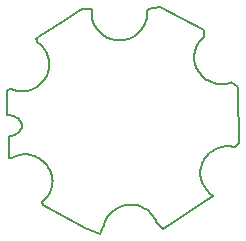
<source format=gbr>
%TF.GenerationSoftware,KiCad,Pcbnew,7.0.9-7.0.9~ubuntu22.04.1*%
%TF.CreationDate,2023-12-17T21:41:32+01:00*%
%TF.ProjectId,StarPCB,53746172-5043-4422-9e6b-696361645f70,rev?*%
%TF.SameCoordinates,Original*%
%TF.FileFunction,Profile,NP*%
%FSLAX46Y46*%
G04 Gerber Fmt 4.6, Leading zero omitted, Abs format (unit mm)*
G04 Created by KiCad (PCBNEW 7.0.9-7.0.9~ubuntu22.04.1) date 2023-12-17 21:41:32*
%MOMM*%
%LPD*%
G01*
G04 APERTURE LIST*
%TA.AperFunction,Profile*%
%ADD10C,0.200000*%
%TD*%
G04 APERTURE END LIST*
D10*
X128235272Y-65006802D02*
X128237393Y-65575237D01*
X128145807Y-65657599D01*
X128059243Y-65744133D01*
X127977808Y-65834617D01*
X127901609Y-65928824D01*
X127830751Y-66026532D01*
X127765342Y-66127515D01*
X127705488Y-66231550D01*
X127651295Y-66338411D01*
X127602870Y-66447875D01*
X127560319Y-66559718D01*
X127523749Y-66673714D01*
X127493267Y-66789640D01*
X127468978Y-66907272D01*
X127450989Y-67026384D01*
X127439407Y-67146753D01*
X127434338Y-67268154D01*
X127437398Y-67386086D01*
X127446474Y-67502470D01*
X127461419Y-67617162D01*
X127482085Y-67730018D01*
X127508324Y-67840894D01*
X127539988Y-67949646D01*
X127576930Y-68056130D01*
X127619003Y-68160202D01*
X127666059Y-68261719D01*
X127717950Y-68360535D01*
X127774528Y-68456508D01*
X127835646Y-68549493D01*
X127901157Y-68639345D01*
X127970912Y-68725923D01*
X128044765Y-68809080D01*
X128122567Y-68888673D01*
X128204170Y-68964559D01*
X128289428Y-69036593D01*
X128378193Y-69104632D01*
X128470317Y-69168530D01*
X128565652Y-69228145D01*
X128664050Y-69283333D01*
X128765365Y-69333948D01*
X128869449Y-69379848D01*
X128976153Y-69420889D01*
X129085331Y-69456926D01*
X129196834Y-69487815D01*
X129310515Y-69513413D01*
X129426227Y-69533575D01*
X129543822Y-69548158D01*
X129663152Y-69557017D01*
X129784070Y-69560009D01*
X129834433Y-69558865D01*
X129884719Y-69556670D01*
X129934911Y-69553429D01*
X129984991Y-69549143D01*
X130034942Y-69543817D01*
X130084748Y-69537452D01*
X130134392Y-69530053D01*
X130183857Y-69521621D01*
X130233126Y-69512161D01*
X130282183Y-69501675D01*
X130331009Y-69490166D01*
X130379589Y-69477637D01*
X130427905Y-69464091D01*
X130475940Y-69449532D01*
X130523679Y-69433962D01*
X130571103Y-69417385D01*
X131126095Y-69769298D01*
X131171063Y-70097439D01*
X131233075Y-74551433D01*
X130886837Y-74894054D01*
X130815748Y-74875070D01*
X130744137Y-74858282D01*
X130672056Y-74843698D01*
X130599558Y-74831327D01*
X130526697Y-74821176D01*
X130453523Y-74813255D01*
X130380092Y-74807571D01*
X130306454Y-74804134D01*
X130189918Y-74806937D01*
X130074173Y-74815323D01*
X129959412Y-74829214D01*
X129845827Y-74848533D01*
X129733610Y-74873200D01*
X129622955Y-74903140D01*
X129514054Y-74938272D01*
X129407099Y-74978521D01*
X129302284Y-75023807D01*
X129199800Y-75074052D01*
X129099841Y-75129180D01*
X129002598Y-75189112D01*
X128908265Y-75253770D01*
X128817034Y-75323076D01*
X128729099Y-75396953D01*
X128644650Y-75475322D01*
X128564286Y-75557678D01*
X128488527Y-75643436D01*
X128417455Y-75732408D01*
X128351148Y-75824407D01*
X128289687Y-75919243D01*
X128233152Y-76016729D01*
X128181621Y-76116678D01*
X128135176Y-76218900D01*
X128093896Y-76323208D01*
X128057861Y-76429414D01*
X128027150Y-76537330D01*
X128001845Y-76646767D01*
X127982023Y-76757538D01*
X127967766Y-76869455D01*
X127959154Y-76982329D01*
X127956265Y-77095973D01*
X127958033Y-77168210D01*
X127962110Y-77240078D01*
X127968471Y-77311535D01*
X127977091Y-77382535D01*
X128001005Y-77522986D01*
X128033652Y-77661074D01*
X128074830Y-77796442D01*
X128124337Y-77928733D01*
X128181973Y-78057590D01*
X128247534Y-78182656D01*
X128320821Y-78303575D01*
X128401631Y-78419988D01*
X128489763Y-78531540D01*
X128585016Y-78637872D01*
X128687187Y-78738629D01*
X128796076Y-78833452D01*
X128911481Y-78921985D01*
X128971563Y-78963781D01*
X129033200Y-79003871D01*
X124759565Y-81786647D01*
X124278974Y-81358775D01*
X124231291Y-81227246D01*
X124175889Y-81099621D01*
X124113038Y-80976162D01*
X124043005Y-80857130D01*
X123966062Y-80742785D01*
X123882477Y-80633388D01*
X123792519Y-80529200D01*
X123696458Y-80430482D01*
X123594563Y-80337494D01*
X123487104Y-80250498D01*
X123374349Y-80169753D01*
X123256567Y-80095521D01*
X123134030Y-80028063D01*
X123007004Y-79967639D01*
X122875760Y-79914511D01*
X122740568Y-79868938D01*
X122695097Y-79836375D01*
X122210889Y-79755244D01*
X122094099Y-79769191D01*
X122080941Y-79767017D01*
X122067768Y-79764915D01*
X122054580Y-79762887D01*
X122041379Y-79760936D01*
X121935634Y-79764529D01*
X121831004Y-79772643D01*
X121727600Y-79785188D01*
X121625531Y-79802072D01*
X121524907Y-79823203D01*
X121425837Y-79848491D01*
X121328431Y-79877844D01*
X121232799Y-79911170D01*
X121139049Y-79948379D01*
X121047293Y-79989379D01*
X120957639Y-80034079D01*
X120870198Y-80082387D01*
X120785078Y-80134212D01*
X120702389Y-80189464D01*
X120622241Y-80248049D01*
X120544744Y-80309879D01*
X120470007Y-80374860D01*
X120398140Y-80442901D01*
X120329252Y-80513912D01*
X120263453Y-80587801D01*
X120200853Y-80664477D01*
X120141561Y-80743848D01*
X120085687Y-80825824D01*
X120033340Y-80910312D01*
X119984631Y-80997221D01*
X119939668Y-81086461D01*
X119898562Y-81177940D01*
X119861422Y-81271566D01*
X119828357Y-81367249D01*
X119799478Y-81464896D01*
X119774893Y-81564418D01*
X119754713Y-81665721D01*
X119488569Y-82255870D01*
X118153776Y-81707072D01*
X114627882Y-79779018D01*
X114602301Y-79711761D01*
X114578470Y-79644929D01*
X114566169Y-79608240D01*
X114554518Y-79571284D01*
X114656187Y-79487954D01*
X114752337Y-79399675D01*
X114842834Y-79306714D01*
X114927542Y-79209341D01*
X115006330Y-79107822D01*
X115079062Y-79002426D01*
X115145605Y-78893420D01*
X115205824Y-78781072D01*
X115259586Y-78665650D01*
X115306757Y-78547422D01*
X115347202Y-78426656D01*
X115380788Y-78303619D01*
X115407381Y-78178579D01*
X115426847Y-78051805D01*
X115439052Y-77923564D01*
X115443861Y-77794124D01*
X115439005Y-77681630D01*
X115428549Y-77569982D01*
X115412572Y-77459360D01*
X115391155Y-77349947D01*
X115364378Y-77241923D01*
X115332321Y-77135471D01*
X115295064Y-77030773D01*
X115252688Y-76928008D01*
X115205272Y-76827360D01*
X115152897Y-76729009D01*
X115095643Y-76633138D01*
X115033591Y-76539927D01*
X114966819Y-76449559D01*
X114895410Y-76362214D01*
X114819442Y-76278075D01*
X114738997Y-76197322D01*
X114730742Y-76185435D01*
X114724562Y-76182796D01*
X114641890Y-76105091D01*
X114555799Y-76031718D01*
X114466471Y-75962753D01*
X114374091Y-75898274D01*
X114278842Y-75838356D01*
X114180906Y-75783076D01*
X114080468Y-75732510D01*
X113977711Y-75686736D01*
X113872818Y-75645830D01*
X113765972Y-75609868D01*
X113657357Y-75578926D01*
X113547156Y-75553082D01*
X113435552Y-75532411D01*
X113322730Y-75516991D01*
X113208871Y-75506898D01*
X113094160Y-75502208D01*
X113020543Y-75505100D01*
X112947181Y-75510231D01*
X112874126Y-75517586D01*
X112801431Y-75527151D01*
X112729146Y-75538912D01*
X112657324Y-75552855D01*
X112586015Y-75568966D01*
X112515273Y-75587230D01*
X112445147Y-75607633D01*
X112375691Y-75630162D01*
X112306955Y-75654802D01*
X112238991Y-75681538D01*
X112171851Y-75710357D01*
X112105586Y-75741245D01*
X112040248Y-75774187D01*
X111975890Y-75809169D01*
X111789854Y-75809703D01*
X111782637Y-73967433D01*
X111840507Y-73956089D01*
X111897524Y-73943218D01*
X111953617Y-73928842D01*
X112008715Y-73912984D01*
X112062747Y-73895665D01*
X112115643Y-73876905D01*
X112167331Y-73856728D01*
X112217741Y-73835155D01*
X112235854Y-73833568D01*
X112246718Y-73822185D01*
X112315770Y-73787919D01*
X112381116Y-73751292D01*
X112442656Y-73712432D01*
X112500286Y-73671467D01*
X112553904Y-73628526D01*
X112603410Y-73583738D01*
X112648699Y-73537232D01*
X112689671Y-73489135D01*
X112726223Y-73439576D01*
X112758253Y-73388685D01*
X112772541Y-73362779D01*
X112785660Y-73336589D01*
X112797597Y-73310129D01*
X112808340Y-73283417D01*
X112817876Y-73256468D01*
X112826193Y-73229298D01*
X112833276Y-73201923D01*
X112839115Y-73174359D01*
X112843695Y-73146624D01*
X112847005Y-73118731D01*
X112849031Y-73090698D01*
X112849760Y-73062541D01*
X112847032Y-73019334D01*
X112841311Y-72976613D01*
X112832659Y-72934426D01*
X112821141Y-72892818D01*
X112806818Y-72851834D01*
X112789754Y-72811521D01*
X112770013Y-72771925D01*
X112747657Y-72733091D01*
X112722750Y-72695065D01*
X112695354Y-72657893D01*
X112633351Y-72586293D01*
X112562153Y-72518659D01*
X112482264Y-72455358D01*
X112394190Y-72396755D01*
X112298437Y-72343217D01*
X112195508Y-72295111D01*
X112085910Y-72252804D01*
X111970148Y-72216661D01*
X111848726Y-72187051D01*
X111722150Y-72164338D01*
X111590926Y-72148891D01*
X111596083Y-70086498D01*
X111951613Y-69990886D01*
X112002880Y-70011199D01*
X112054573Y-70030311D01*
X112106670Y-70048217D01*
X112159148Y-70064914D01*
X112211986Y-70080395D01*
X112265161Y-70094658D01*
X112318651Y-70107696D01*
X112372433Y-70119505D01*
X112426485Y-70130080D01*
X112480786Y-70139417D01*
X112535312Y-70147511D01*
X112590041Y-70154357D01*
X112644951Y-70159951D01*
X112700020Y-70164288D01*
X112755226Y-70167362D01*
X112810545Y-70169170D01*
X112927078Y-70166364D01*
X113042821Y-70157976D01*
X113157580Y-70144084D01*
X113271164Y-70124765D01*
X113383379Y-70100097D01*
X113494033Y-70070157D01*
X113602933Y-70035025D01*
X113709887Y-69994777D01*
X113814702Y-69949492D01*
X113917185Y-69899247D01*
X114017144Y-69844120D01*
X114114386Y-69784189D01*
X114208719Y-69719532D01*
X114299950Y-69650227D01*
X114387886Y-69576351D01*
X114472334Y-69497982D01*
X114552701Y-69415626D01*
X114628461Y-69329868D01*
X114699535Y-69240895D01*
X114765842Y-69148897D01*
X114827304Y-69054061D01*
X114883839Y-68956574D01*
X114935369Y-68856626D01*
X114981814Y-68754404D01*
X115023093Y-68650096D01*
X115059127Y-68543890D01*
X115089837Y-68435974D01*
X115115142Y-68326537D01*
X115134962Y-68215765D01*
X115149218Y-68103849D01*
X115157831Y-67990974D01*
X115160719Y-67877330D01*
X115159088Y-67805838D01*
X115155193Y-67734699D01*
X115140712Y-67593654D01*
X115117470Y-67454542D01*
X115085660Y-67317713D01*
X115045475Y-67183512D01*
X114997108Y-67052288D01*
X114940754Y-66924390D01*
X114876604Y-66800163D01*
X114804854Y-66679957D01*
X114725695Y-66564118D01*
X114639322Y-66452995D01*
X114545927Y-66346935D01*
X114445704Y-66246286D01*
X114338847Y-66151396D01*
X114225548Y-66062612D01*
X114106001Y-65980282D01*
X114103674Y-65922827D01*
X114100840Y-65867916D01*
X114097401Y-65816974D01*
X114095425Y-65793439D01*
X114093262Y-65771431D01*
X114090899Y-65751129D01*
X114088325Y-65732712D01*
X114085528Y-65716359D01*
X114082494Y-65702246D01*
X114079213Y-65690554D01*
X114075672Y-65681459D01*
X114073801Y-65677942D01*
X114071859Y-65675142D01*
X114069847Y-65673080D01*
X114067763Y-65671780D01*
X114102392Y-65640532D01*
X114218628Y-65560136D01*
X114649646Y-65280137D01*
X115981951Y-64440987D01*
X117936262Y-63227474D01*
X118714506Y-63216091D01*
X118786345Y-63314800D01*
X118779977Y-63344858D01*
X118774026Y-63374991D01*
X118768490Y-63405196D01*
X118763371Y-63435469D01*
X118758668Y-63465805D01*
X118754383Y-63496201D01*
X118750517Y-63526653D01*
X118747068Y-63557156D01*
X118750129Y-63675088D01*
X118759205Y-63791472D01*
X118774149Y-63906164D01*
X118794815Y-64019020D01*
X118821054Y-64129896D01*
X118852719Y-64238648D01*
X118889661Y-64345132D01*
X118931734Y-64449204D01*
X118978791Y-64550721D01*
X119030682Y-64649537D01*
X119087261Y-64745510D01*
X119148380Y-64838494D01*
X119213891Y-64928347D01*
X119283648Y-65014924D01*
X119357501Y-65098082D01*
X119435304Y-65177675D01*
X119516910Y-65253561D01*
X119602169Y-65325595D01*
X119690936Y-65393633D01*
X119783061Y-65457532D01*
X119878399Y-65517147D01*
X119976800Y-65572334D01*
X120078118Y-65622950D01*
X120182204Y-65668850D01*
X120288912Y-65709891D01*
X120398093Y-65745927D01*
X120509601Y-65776817D01*
X120623286Y-65802415D01*
X120739003Y-65822577D01*
X120856602Y-65837159D01*
X120975937Y-65846019D01*
X121096860Y-65849010D01*
X121217776Y-65846016D01*
X121337105Y-65837154D01*
X121454698Y-65822568D01*
X121570408Y-65802403D01*
X121684088Y-65776803D01*
X121795589Y-65745911D01*
X121904765Y-65709871D01*
X122011467Y-65668829D01*
X122115549Y-65622926D01*
X122216861Y-65572309D01*
X122315258Y-65517119D01*
X122410591Y-65457503D01*
X122502712Y-65393602D01*
X122591474Y-65325563D01*
X122676730Y-65253528D01*
X122758331Y-65177641D01*
X122836130Y-65098047D01*
X122909980Y-65014889D01*
X122979733Y-64928312D01*
X123045241Y-64838459D01*
X123106356Y-64745475D01*
X123162932Y-64649504D01*
X123214820Y-64550689D01*
X123261873Y-64449174D01*
X123303943Y-64345104D01*
X123340883Y-64238623D01*
X123372544Y-64129874D01*
X123398780Y-64019001D01*
X123419443Y-63906149D01*
X123434385Y-63791461D01*
X123443458Y-63675082D01*
X123446516Y-63557156D01*
X123443992Y-63540198D01*
X123441343Y-63523266D01*
X123438568Y-63506357D01*
X123435667Y-63489468D01*
X123542112Y-63194912D01*
X124548261Y-63032131D01*
X128235272Y-65006802D01*
M02*

</source>
